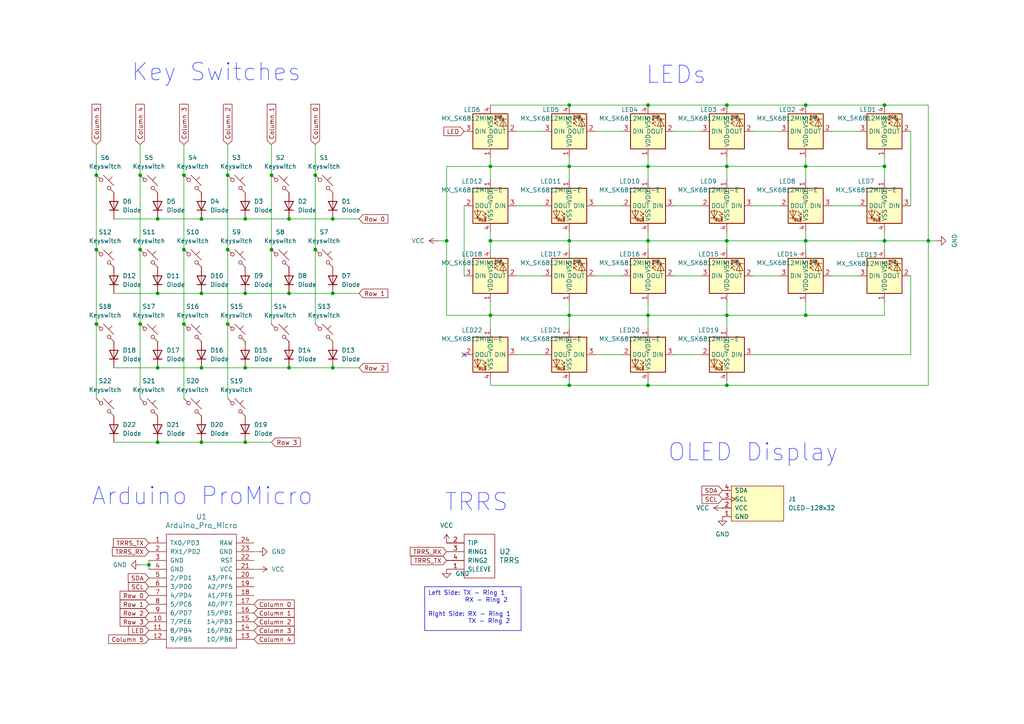
<source format=kicad_sch>
(kicad_sch (version 20231120) (generator "eeschema") (generator_version "8.0")
  (paper "A4")
  (title_block (title "RootKB-Right") (date "2024-05-08") (rev "1.0"))
  (lib_symbols
    (symbol "PCM_marbastlib-mx:MX_SK6812MINI-E"
      (property "Reference" "LED" (at 3.175 6.35 0))
      (property "Value" "MX_SK6812MINI-E" (at 10.16 -6.985 0))
      (symbol "MX_SK6812MINI-E_0_0"
        (text "RGB" (at 2.286 -4.191 0) (effects (font (size 0.762 0.762))))
      )
      (symbol "MX_SK6812MINI-E_0_1"
        (rectangle (start -5.08 5.08) (end 5.08 -5.08) (stroke (width 0.254)) (fill (type background)))
        (polyline (pts (xy 1.27 -3.556) (xy 1.778 -3.556)))
        (polyline (pts (xy 1.27 -2.54) (xy 1.778 -2.54)))
        (polyline (pts (xy 4.699 -3.556) (xy 2.667 -3.556)))
        (polyline (pts (xy 2.286 -2.54) (xy 1.27 -3.556) (xy 1.27 -3.048)))
        (polyline (pts (xy 2.286 -1.524) (xy 1.27 -2.54) (xy 1.27 -2.032)))
        (polyline (pts (xy 3.683 -1.016) (xy 3.683 -3.556) (xy 3.683 -4.064)))
        (polyline (pts (xy 4.699 -1.524) (xy 2.667 -1.524) (xy 3.683 -3.556) (xy 4.699 -1.524)))
      )
      (symbol "MX_SK6812MINI-E_1_1"
        (pin power_in line (at 0 7.62 270) (length 2.54) (name "VDD") (number "1"))
        (pin output line (at 7.62 0 180) (length 2.54) (name "DOUT") (number "2"))
        (pin input line (at -7.62 0 0) (length 2.54) (name "DIN") (number "3"))
        (pin power_in line (at 0 -7.62 90) (length 2.54) (name "VSS") (number "4"))
      )
    )
    (symbol "ScottoKeebs:MCU_Arduino_Pro_Micro" (pin_names (offset 1.016))
      (property "Reference" "U" (at 0 0 0))
      (property "Value" "Arduino_Pro_Micro" (at 0 -19.05 0))
      (symbol "MCU_Arduino_Pro_Micro_0_1"
        (rectangle (start -10.16 16.51) (end 10.16 -16.51))
      )
      (symbol "MCU_Arduino_Pro_Micro_1_1"
        (pin input line (at -15.24 13.97 0) (length 5.08) (name "TX0/PD3") (number "1"))
        (pin input line (at -15.24 -8.89 0) (length 5.08) (name "7/PE6") (number "10"))
        (pin input line (at -15.24 -11.43 0) (length 5.08) (name "8/PB4") (number "11"))
        (pin input line (at -15.24 -13.97 0) (length 5.08) (name "9/PB5") (number "12"))
        (pin input line (at 15.24 -13.97 180) (length 5.08) (name "10/PB6") (number "13"))
        (pin input line (at 15.24 -11.43 180) (length 5.08) (name "16/PB2") (number "14"))
        (pin input line (at 15.24 -8.89 180) (length 5.08) (name "14/PB3") (number "15"))
        (pin input line (at 15.24 -6.35 180) (length 5.08) (name "15/PB1") (number "16"))
        (pin input line (at 15.24 -3.81 180) (length 5.08) (name "A0/PF7") (number "17"))
        (pin input line (at 15.24 -1.27 180) (length 5.08) (name "A1/PF6") (number "18"))
        (pin input line (at 15.24 1.27 180) (length 5.08) (name "A2/PF5") (number "19"))
        (pin input line (at -15.24 11.43 0) (length 5.08) (name "RX1/PD2") (number "2"))
        (pin input line (at 15.24 3.81 180) (length 5.08) (name "A3/PF4") (number "20"))
        (pin input line (at 15.24 6.35 180) (length 5.08) (name "VCC") (number "21"))
        (pin input line (at 15.24 8.89 180) (length 5.08) (name "RST") (number "22"))
        (pin input line (at 15.24 11.43 180) (length 5.08) (name "GND") (number "23"))
        (pin input line (at 15.24 13.97 180) (length 5.08) (name "RAW") (number "24"))
        (pin input line (at -15.24 8.89 0) (length 5.08) (name "GND") (number "3"))
        (pin input line (at -15.24 6.35 0) (length 5.08) (name "GND") (number "4"))
        (pin input line (at -15.24 3.81 0) (length 5.08) (name "2/PD1") (number "5"))
        (pin input line (at -15.24 1.27 0) (length 5.08) (name "3/PD0") (number "6"))
        (pin input line (at -15.24 -1.27 0) (length 5.08) (name "4/PD4") (number "7"))
        (pin input line (at -15.24 -3.81 0) (length 5.08) (name "5/PC6") (number "8"))
        (pin input line (at -15.24 -6.35 0) (length 5.08) (name "6/PD7") (number "9"))
      )
    )
    (symbol "ScottoKeebs:Placeholder_Diode" (pin_numbers hide) (pin_names hide)
      (property "Reference" "D" (at 0 2.54 0))
      (property "Value" "Diode" (at 0 -2.54 0))
      (symbol "Placeholder_Diode_0_1"
        (polyline (pts (xy -1.27 1.27) (xy -1.27 -1.27)) (stroke (width 0.254)))
        (polyline (pts (xy 1.27 0) (xy -1.27 0)))
        (polyline (pts (xy 1.27 1.27) (xy 1.27 -1.27) (xy -1.27 0) (xy 1.27 1.27)) (stroke (width 0.254)))
      )
      (symbol "Placeholder_Diode_1_1"
        (pin passive line (at -3.81 0 0) (length 2.54) (name "K") (number "1"))
        (pin passive line (at 3.81 0 180) (length 2.54) (name "A") (number "2"))
      )
    )
    (symbol "ScottoKeebs:Placeholder_Keyswitch" (pin_numbers hide) (pin_names (offset 1.016) hide)
      (property "Reference" "S" (at 3.048 1.016 0))
      (property "Value" "Keyswitch" (at 0 -3.81 0))
      (symbol "Placeholder_Keyswitch_0_1"
        (circle (center -1.1684 1.1684) (radius 0.508))
        (polyline (pts (xy -0.508 2.54) (xy 2.54 -0.508)))
        (polyline (pts (xy 1.016 1.016) (xy 2.032 2.032)))
        (polyline (pts (xy -2.54 2.54) (xy -1.524 1.524) (xy -1.524 1.524)))
        (polyline (pts (xy 1.524 -1.524) (xy 2.54 -2.54) (xy 2.54 -2.54) (xy 2.54 -2.54)))
        (circle (center 1.143 -1.1938) (radius 0.508))
        (pin passive line (at -2.54 2.54 0) (length 0) (name "1") (number "1"))
        (pin passive line (at 2.54 -2.54 180) (length 0) (name "2") (number "2"))
      )
    )
    (symbol "ScottoKeebs:Placeholder_TRRS" (pin_names (offset 1.016))
      (property "Reference" "U" (at 0 15.24 0))
      (property "Value" "TRRS" (at 0 -2.54 0))
      (symbol "Placeholder_TRRS_0_1"
        (rectangle (start -3.81 0) (end -3.81 12.7))
        (rectangle (start -3.81 0) (end 5.08 0))
        (rectangle (start -3.81 12.7) (end 5.08 12.7))
        (rectangle (start 5.08 12.7) (end 5.08 0))
      )
      (symbol "Placeholder_TRRS_1_1"
        (pin input line (at -8.89 2.54 0) (length 5.08) (name "SLEEVE") (number "1"))
        (pin input line (at -8.89 10.16 0) (length 5.08) (name "TIP") (number "2"))
        (pin input line (at -8.89 7.62 0) (length 5.08) (name "RING1") (number "3"))
        (pin input line (at -8.89 5.08 0) (length 5.08) (name "RING2") (number "4"))
      )
    )
    (symbol "display:OLED-128x32" (pin_names (offset 1.016))
      (property "Reference" "J" (at 0 -6.35 0))
      (property "Value" "OLED-128x32" (at 0 6.35 0))
      (symbol "OLED-128x32_0_1"
        (rectangle (start 0 5.08) (end 15.24 -5.08) (fill (type background)))
      )
      (symbol "OLED-128x32_1_1"
        (pin power_in line (at -2.54 -3.81 0) (length 2.54) (name "GND") (number "1"))
        (pin power_in line (at -2.54 -1.27 0) (length 2.54) (name "VCC") (number "2"))
        (pin input clock (at -2.54 1.27 0) (length 2.54) (name "SCL") (number "3"))
        (pin bidirectional line (at -2.54 3.81 0) (length 2.54) (name "SDA") (number "4"))
      )
    )
    (symbol "power:GND" (power) (pin_numbers hide) (pin_names (offset 0) hide)
      (property "Value" "GND" (at 0 -3.81 0))
      (symbol "GND_0_1"
        (polyline (pts (xy 0 0) (xy 0 -1.27) (xy 1.27 -1.27) (xy 0 -2.54) (xy -1.27 -1.27) (xy 0 -1.27)))
      )
      (symbol "GND_1_1"
        (pin power_in line (at 0 0 270) (length 0) (name "~") (number "1"))
      )
    )
    (symbol "power:VCC" (power) (pin_numbers hide) (pin_names (offset 0) hide)
      (property "Value" "VCC" (at 0 3.556 0))
      (symbol "VCC_0_1"
        (polyline (pts (xy -0.762 1.27) (xy 0 2.54)))
        (polyline (pts (xy 0 0) (xy 0 2.54)))
        (polyline (pts (xy 0 2.54) (xy 0.762 1.27)))
      )
      (symbol "VCC_1_1"
        (pin power_in line (at 0 0 90) (length 0) (name "~") (number "1"))
      )
    )
  )
  (junction (at 40.64 72.39))
  (junction (at 187.96 69.85))
  (junction (at 142.24 91.44))
  (junction (at 71.12 85.09))
  (junction (at 58.42 63.5))
  (junction (at 142.24 48.26))
  (junction (at 53.34 72.39))
  (junction (at 142.24 69.85))
  (junction (at 210.82 30.48))
  (junction (at 66.04 93.98))
  (junction (at 45.72 106.68))
  (junction (at 165.1 111.76))
  (junction (at 256.54 48.26))
  (junction (at 269.24 69.85))
  (junction (at 83.82 106.68))
  (junction (at 210.82 69.85))
  (junction (at 71.12 128.27))
  (junction (at 165.1 69.85))
  (junction (at 27.94 72.39))
  (junction (at 187.96 30.48))
  (junction (at 165.1 91.44))
  (junction (at 256.54 30.48))
  (junction (at 187.96 111.76))
  (junction (at 43.18 163.83))
  (junction (at 66.04 50.8))
  (junction (at 210.82 111.76))
  (junction (at 187.96 48.26))
  (junction (at 40.64 93.98))
  (junction (at 71.12 106.68))
  (junction (at 210.82 91.44))
  (junction (at 45.72 85.09))
  (junction (at 78.74 50.8))
  (junction (at 71.12 63.5))
  (junction (at 256.54 69.85))
  (junction (at 210.82 48.26))
  (junction (at 96.52 106.68))
  (junction (at 58.42 128.27))
  (junction (at 165.1 48.26))
  (junction (at 96.52 63.5))
  (junction (at 96.52 85.09))
  (junction (at 40.64 50.8))
  (junction (at 91.44 50.8))
  (junction (at 45.72 63.5))
  (junction (at 58.42 106.68))
  (junction (at 233.68 30.48))
  (junction (at 83.82 63.5))
  (junction (at 233.68 48.26))
  (junction (at 78.74 72.39))
  (junction (at 129.54 69.85))
  (junction (at 27.94 93.98))
  (junction (at 27.94 50.8))
  (junction (at 53.34 93.98))
  (junction (at 53.34 50.8))
  (junction (at 45.72 128.27))
  (junction (at 66.04 72.39))
  (junction (at 187.96 91.44))
  (junction (at 233.68 91.44))
  (junction (at 233.68 69.85))
  (junction (at 165.1 30.48))
  (junction (at 83.82 85.09))
  (junction (at 91.44 72.39))
  (junction (at 58.42 85.09))
  (no_connect (at 134.62 102.87))
  (wire (pts (xy 226.06 80.01) (xy 218.44 80.01)))
  (wire (pts (xy 233.68 91.44) (xy 233.68 87.63)))
  (wire (pts (xy 43.18 163.83) (xy 43.18 165.1)))
  (wire (pts (xy 71.12 106.68) (xy 83.82 106.68)))
  (wire (pts (xy 58.42 85.09) (xy 71.12 85.09)))
  (wire (pts (xy 165.1 45.72) (xy 165.1 48.26)))
  (wire (pts (xy 40.64 93.98) (xy 40.64 115.57)))
  (wire (pts (xy 210.82 110.49) (xy 210.82 111.76)))
  (wire (pts (xy 66.04 72.39) (xy 66.04 93.98)))
  (wire (pts (xy 165.1 91.44) (xy 165.1 95.25)))
  (wire (pts (xy 233.68 91.44) (xy 256.54 91.44)))
  (wire (pts (xy 129.54 91.44) (xy 142.24 91.44)))
  (wire (pts (xy 157.48 59.69) (xy 149.86 59.69)))
  (wire (pts (xy 187.96 48.26) (xy 165.1 48.26)))
  (wire (pts (xy 58.42 128.27) (xy 71.12 128.27)))
  (wire (pts (xy 210.82 111.76) (xy 187.96 111.76)))
  (wire (pts (xy 180.34 80.01) (xy 172.72 80.01)))
  (wire (pts (xy 45.72 63.5) (xy 58.42 63.5)))
  (wire (pts (xy 104.14 85.09) (xy 96.52 85.09)))
  (wire (pts (xy 203.2 59.69) (xy 195.58 59.69)))
  (wire (pts (xy 187.96 110.49) (xy 187.96 111.76)))
  (wire (pts (xy 256.54 69.85) (xy 233.68 69.85)))
  (wire (pts (xy 180.34 102.87) (xy 172.72 102.87)))
  (wire (pts (xy 264.16 38.1) (xy 264.16 59.69)))
  (wire (pts (xy 256.54 48.26) (xy 233.68 48.26)))
  (wire (pts (xy 142.24 87.63) (xy 142.24 91.44)))
  (wire (pts (xy 187.96 48.26) (xy 187.96 52.07)))
  (wire (pts (xy 165.1 48.26) (xy 165.1 52.07)))
  (wire (pts (xy 71.12 85.09) (xy 83.82 85.09)))
  (wire (pts (xy 203.2 80.01) (xy 195.58 80.01)))
  (wire (pts (xy 129.54 69.85) (xy 129.54 91.44)))
  (wire (pts (xy 233.68 48.26) (xy 210.82 48.26)))
  (wire (pts (xy 165.1 91.44) (xy 142.24 91.44)))
  (wire (pts (xy 256.54 69.85) (xy 256.54 72.39)))
  (wire (pts (xy 33.02 85.09) (xy 45.72 85.09)))
  (wire (pts (xy 157.48 102.87) (xy 149.86 102.87)))
  (wire (pts (xy 66.04 93.98) (xy 66.04 115.57)))
  (wire (pts (xy 40.64 41.91) (xy 40.64 50.8)))
  (wire (pts (xy 187.96 45.72) (xy 187.96 48.26)))
  (wire (pts (xy 180.34 38.1) (xy 172.72 38.1)))
  (wire (pts (xy 256.54 67.31) (xy 256.54 69.85)))
  (wire (pts (xy 187.96 87.63) (xy 187.96 91.44)))
  (wire (pts (xy 104.14 63.5) (xy 96.52 63.5)))
  (wire (pts (xy 53.34 41.91) (xy 53.34 50.8)))
  (wire (pts (xy 264.16 80.01) (xy 264.16 102.87)))
  (wire (pts (xy 27.94 93.98) (xy 27.94 115.57)))
  (wire (pts (xy 142.24 69.85) (xy 142.24 72.39)))
  (wire (pts (xy 157.48 38.1) (xy 149.86 38.1)))
  (wire (pts (xy 269.24 30.48) (xy 269.24 69.85)))
  (wire (pts (xy 129.54 48.26) (xy 129.54 69.85)))
  (wire (pts (xy 233.68 67.31) (xy 233.68 69.85)))
  (wire (pts (xy 33.02 63.5) (xy 45.72 63.5)))
  (wire (pts (xy 248.92 38.1) (xy 241.3 38.1)))
  (wire (pts (xy 45.72 85.09) (xy 58.42 85.09)))
  (wire (pts (xy 142.24 45.72) (xy 142.24 48.26)))
  (wire (pts (xy 165.1 69.85) (xy 142.24 69.85)))
  (wire (pts (xy 91.44 41.91) (xy 91.44 50.8)))
  (wire (pts (xy 43.18 162.56) (xy 43.18 163.83)))
  (wire (pts (xy 256.54 48.26) (xy 256.54 52.07)))
  (wire (pts (xy 33.02 106.68) (xy 45.72 106.68)))
  (wire (pts (xy 66.04 50.8) (xy 66.04 72.39)))
  (wire (pts (xy 187.96 91.44) (xy 187.96 95.25)))
  (wire (pts (xy 74.93 165.1) (xy 73.66 165.1)))
  (wire (pts (xy 210.82 48.26) (xy 187.96 48.26)))
  (wire (pts (xy 256.54 30.48) (xy 269.24 30.48)))
  (wire (pts (xy 40.64 163.83) (xy 43.18 163.83)))
  (wire (pts (xy 271.78 69.85) (xy 269.24 69.85)))
  (wire (pts (xy 187.96 30.48) (xy 165.1 30.48)))
  (wire (pts (xy 142.24 48.26) (xy 142.24 52.07)))
  (wire (pts (xy 187.96 69.85) (xy 187.96 72.39)))
  (wire (pts (xy 53.34 93.98) (xy 53.34 115.57)))
  (wire (pts (xy 203.2 102.87) (xy 195.58 102.87)))
  (wire (pts (xy 187.96 111.76) (xy 165.1 111.76)))
  (wire (pts (xy 165.1 87.63) (xy 165.1 91.44)))
  (wire (pts (xy 210.82 87.63) (xy 210.82 91.44)))
  (wire (pts (xy 134.62 59.69) (xy 134.62 80.01)))
  (wire (pts (xy 210.82 91.44) (xy 233.68 91.44)))
  (wire (pts (xy 53.34 72.39) (xy 53.34 93.98)))
  (wire (pts (xy 83.82 85.09) (xy 96.52 85.09)))
  (wire (pts (xy 226.06 59.69) (xy 218.44 59.69)))
  (wire (pts (xy 83.82 63.5) (xy 96.52 63.5)))
  (wire (pts (xy 165.1 30.48) (xy 142.24 30.48)))
  (wire (pts (xy 165.1 48.26) (xy 142.24 48.26)))
  (wire (pts (xy 40.64 72.39) (xy 40.64 93.98)))
  (wire (pts (xy 248.92 59.69) (xy 241.3 59.69)))
  (wire (pts (xy 187.96 69.85) (xy 165.1 69.85)))
  (wire (pts (xy 210.82 45.72) (xy 210.82 48.26)))
  (wire (pts (xy 256.54 45.72) (xy 256.54 48.26)))
  (wire (pts (xy 165.1 111.76) (xy 142.24 111.76)))
  (wire (pts (xy 157.48 80.01) (xy 149.86 80.01)))
  (wire (pts (xy 248.92 80.01) (xy 241.3 80.01)))
  (wire (pts (xy 58.42 63.5) (xy 71.12 63.5)))
  (wire (pts (xy 66.04 41.91) (xy 66.04 50.8)))
  (wire (pts (xy 58.42 106.68) (xy 71.12 106.68)))
  (wire (pts (xy 71.12 128.27) (xy 78.74 128.27)))
  (wire (pts (xy 233.68 69.85) (xy 210.82 69.85)))
  (wire (pts (xy 45.72 106.68) (xy 58.42 106.68)))
  (wire (pts (xy 210.82 91.44) (xy 187.96 91.44)))
  (wire (pts (xy 210.82 69.85) (xy 187.96 69.85)))
  (wire (pts (xy 91.44 72.39) (xy 91.44 93.98)))
  (wire (pts (xy 40.64 50.8) (xy 40.64 72.39)))
  (wire (pts (xy 210.82 48.26) (xy 210.82 52.07)))
  (wire (pts (xy 104.14 106.68) (xy 96.52 106.68)))
  (wire (pts (xy 83.82 106.68) (xy 96.52 106.68)))
  (wire (pts (xy 233.68 45.72) (xy 233.68 48.26)))
  (wire (pts (xy 165.1 67.31) (xy 165.1 69.85)))
  (wire (pts (xy 187.96 67.31) (xy 187.96 69.85)))
  (wire (pts (xy 210.82 30.48) (xy 187.96 30.48)))
  (wire (pts (xy 71.12 63.5) (xy 83.82 63.5)))
  (wire (pts (xy 53.34 50.8) (xy 53.34 72.39)))
  (wire (pts (xy 210.82 67.31) (xy 210.82 69.85)))
  (wire (pts (xy 233.68 69.85) (xy 233.68 72.39)))
  (wire (pts (xy 27.94 72.39) (xy 27.94 93.98)))
  (wire (pts (xy 233.68 30.48) (xy 210.82 30.48)))
  (wire (pts (xy 269.24 111.76) (xy 210.82 111.76)))
  (wire (pts (xy 233.68 48.26) (xy 233.68 52.07)))
  (wire (pts (xy 45.72 128.27) (xy 58.42 128.27)))
  (wire (pts (xy 127 69.85) (xy 129.54 69.85)))
  (wire (pts (xy 264.16 102.87) (xy 218.44 102.87)))
  (wire (pts (xy 187.96 91.44) (xy 165.1 91.44)))
  (wire (pts (xy 142.24 110.49) (xy 142.24 111.76)))
  (wire (pts (xy 142.24 67.31) (xy 142.24 69.85)))
  (wire (pts (xy 210.82 69.85) (xy 210.82 72.39)))
  (wire (pts (xy 226.06 38.1) (xy 218.44 38.1)))
  (wire (pts (xy 142.24 48.26) (xy 129.54 48.26)))
  (wire (pts (xy 269.24 69.85) (xy 256.54 69.85)))
  (wire (pts (xy 256.54 91.44) (xy 256.54 87.63)))
  (wire (pts (xy 180.34 59.69) (xy 172.72 59.69)))
  (wire (pts (xy 165.1 110.49) (xy 165.1 111.76)))
  (wire (pts (xy 210.82 91.44) (xy 210.82 95.25)))
  (wire (pts (xy 27.94 41.91) (xy 27.94 50.8)))
  (wire (pts (xy 256.54 30.48) (xy 233.68 30.48)))
  (wire (pts (xy 74.93 160.02) (xy 73.66 160.02)))
  (wire (pts (xy 269.24 69.85) (xy 269.24 111.76)))
  (wire (pts (xy 142.24 91.44) (xy 142.24 95.25)))
  (wire (pts (xy 27.94 50.8) (xy 27.94 72.39)))
  (wire (pts (xy 78.74 41.91) (xy 78.74 50.8)))
  (wire (pts (xy 78.74 72.39) (xy 78.74 93.98)))
  (wire (pts (xy 203.2 38.1) (xy 195.58 38.1)))
  (wire (pts (xy 165.1 69.85) (xy 165.1 72.39)))
  (wire (pts (xy 91.44 50.8) (xy 91.44 72.39)))
  (wire (pts (xy 33.02 128.27) (xy 45.72 128.27)))
  (wire (pts (xy 78.74 50.8) (xy 78.74 72.39)))
  (text_box "Left Side: TX - Ring 1\n           RX - Ring 2\n\nRight Side: RX - Ring 1\n            TX - Ring 2" (at 123.19 170.18 0) (size 27.94 12.7) (effects (font (size 1.27 1.27)) (justify left top)))
  (text "LEDs" (at 196.088 21.844 0) (effects (font (size 5 5))))
  (text "Arduino ProMicro" (at 58.674 144.018 0) (effects (font (size 5 5))))
  (text "Key Switches" (at 62.738 21.082 0) (effects (font (size 5 5))))
  (text "OLED Display" (at 218.44 131.318 0) (effects (font (size 5 5))))
  (text "TRRS" (at 138.176 145.796 0) (effects (font (size 5 5))))
  (global_label "Row 0" (shape input) (at 104.14 63.5 0) (property "Intersheetrefs" "${INTERSHEET_REFS}" (effects (hide yes))))
  (global_label "Column 1" (shape input) (at 73.66 177.8 0) (property "Intersheetrefs" "${INTERSHEET_REFS}" (effects (hide yes))))
  (global_label "Column 4" (shape input) (at 73.66 185.42 0) (property "Intersheetrefs" "${INTERSHEET_REFS}" (effects (hide yes))))
  (global_label "Column 5" (shape input) (at 43.18 185.42 180) (property "Intersheetrefs" "${INTERSHEET_REFS}" (effects (hide yes))))
  (global_label "Column 0" (shape input) (at 73.66 175.26 0) (property "Intersheetrefs" "${INTERSHEET_REFS}" (effects (hide yes))))
  (global_label "Column 1" (shape input) (at 78.74 41.91 90) (property "Intersheetrefs" "${INTERSHEET_REFS}" (effects (hide yes))))
  (global_label "Row 3" (shape input) (at 43.18 180.34 180) (property "Intersheetrefs" "${INTERSHEET_REFS}" (effects (hide yes))))
  (global_label "LED" (shape input) (at 134.62 38.1 180) (property "Intersheetrefs" "${INTERSHEET_REFS}" (effects (hide yes))))
  (global_label "Row 1" (shape input) (at 43.18 175.26 180) (property "Intersheetrefs" "${INTERSHEET_REFS}" (effects (hide yes))))
  (global_label "Column 4" (shape input) (at 40.64 41.91 90) (property "Intersheetrefs" "${INTERSHEET_REFS}" (effects (hide yes))))
  (global_label "LED" (shape input) (at 43.18 182.88 180) (property "Intersheetrefs" "${INTERSHEET_REFS}" (effects (hide yes))))
  (global_label "SCL" (shape input) (at 43.18 170.18 180) (property "Intersheetrefs" "${INTERSHEET_REFS}" (effects (hide yes))))
  (global_label "Row 2" (shape input) (at 104.14 106.68 0) (property "Intersheetrefs" "${INTERSHEET_REFS}" (effects (hide yes))))
  (global_label "TRRS_RX" (shape input) (at 129.54 160.02 180) (property "Intersheetrefs" "${INTERSHEET_REFS}" (effects (hide yes))))
  (global_label "SDA" (shape input) (at 43.18 167.64 180) (property "Intersheetrefs" "${INTERSHEET_REFS}" (effects (hide yes))))
  (global_label "Row 2" (shape input) (at 43.18 177.8 180) (property "Intersheetrefs" "${INTERSHEET_REFS}" (effects (hide yes))))
  (global_label "SCL" (shape input) (at 209.55 144.78 180) (property "Intersheetrefs" "${INTERSHEET_REFS}" (effects (hide yes))))
  (global_label "Column 3" (shape input) (at 73.66 182.88 0) (property "Intersheetrefs" "${INTERSHEET_REFS}" (effects (hide yes))))
  (global_label "Row 1" (shape input) (at 104.14 85.09 0) (property "Intersheetrefs" "${INTERSHEET_REFS}" (effects (hide yes))))
  (global_label "Row 3" (shape input) (at 78.74 128.27 0) (property "Intersheetrefs" "${INTERSHEET_REFS}" (effects (hide yes))))
  (global_label "TRRS_TX" (shape input) (at 129.54 162.56 180) (property "Intersheetrefs" "${INTERSHEET_REFS}" (effects (hide yes))))
  (global_label "Column 0" (shape input) (at 91.44 41.91 90) (property "Intersheetrefs" "${INTERSHEET_REFS}" (effects (hide yes))))
  (global_label "Column 2" (shape input) (at 66.04 41.91 90) (property "Intersheetrefs" "${INTERSHEET_REFS}" (effects (hide yes))))
  (global_label "Column 3" (shape input) (at 53.34 41.91 90) (property "Intersheetrefs" "${INTERSHEET_REFS}" (effects (hide yes))))
  (global_label "SDA" (shape input) (at 209.55 142.24 180) (property "Intersheetrefs" "${INTERSHEET_REFS}" (effects (hide yes))))
  (global_label "Row 0" (shape input) (at 43.18 172.72 180) (property "Intersheetrefs" "${INTERSHEET_REFS}" (effects (hide yes))))
  (global_label "Column 2" (shape input) (at 73.66 180.34 0) (property "Intersheetrefs" "${INTERSHEET_REFS}" (effects (hide yes))))
  (global_label "Column 5" (shape input) (at 27.94 41.91 90) (property "Intersheetrefs" "${INTERSHEET_REFS}" (effects (hide yes))))
  (global_label "TRRS_TX" (shape input) (at 43.18 157.48 180) (property "Intersheetrefs" "${INTERSHEET_REFS}" (effects (hide yes))))
  (global_label "TRRS_RX" (shape input) (at 43.18 160.02 180) (property "Intersheetrefs" "${INTERSHEET_REFS}" (effects (hide yes))))
  (symbol (lib_id "ScottoKeebs:Placeholder_Keyswitch") (at 55.88 53.34 0) (unit 1)
    (property "Reference" "S4" (at 55.88 45.72 0))
    (property "Value" "Keyswitch" (at 55.88 48.26 0))
    (property "Footprint" "PCM_Switch_Keyboard_Hotswap_Kailh:SW_Hotswap_Kailh_MX_1.00u" (effects (hide yes)))
    (property "Description" "Push button switch, normally open, two pins, 45° tilted" (effects (hide yes)))
  )
  (symbol (lib_id "ScottoKeebs:Placeholder_Diode") (at 96.52 102.87 90) (unit 1)
    (property "Reference" "D13" (at 99.06 101.5999 90) (effects (justify right)))
    (property "Value" "Diode" (at 99.06 104.1399 90) (effects (justify right)))
    (property "Footprint" "Diode_SMD:D_SOD-123F" (effects (hide yes)))
    (property "Description" "1N4148 (DO-35) or 1N4148W (SOD-123)" (effects (hide yes)))
    (property "Sim.Device" "D" (effects (hide yes)))
    (property "Sim.Pins" "1=K 2=A" (effects (hide yes)))
  )
  (symbol (lib_id "ScottoKeebs:Placeholder_Diode") (at 33.02 124.46 90) (unit 1)
    (property "Reference" "D22" (at 35.56 123.1899 90) (effects (justify right)))
    (property "Value" "Diode" (at 35.56 125.7299 90) (effects (justify right)))
    (property "Footprint" "Diode_SMD:D_SOD-123F" (effects (hide yes)))
    (property "Description" "1N4148 (DO-35) or 1N4148W (SOD-123)" (effects (hide yes)))
    (property "Sim.Device" "D" (effects (hide yes)))
    (property "Sim.Pins" "1=K 2=A" (effects (hide yes)))
  )
  (symbol (lib_id "PCM_marbastlib-mx:MX_SK6812MINI-E") (at 256.54 38.1 0) (mirror x) (unit 1)
    (property "Reference" "LED1" (at 251.714 31.75 0))
    (property "Value" "MX_SK6812MINI-E" (at 251.714 34.29 0))
    (property "Footprint" "PCM_marbastlib-mx:LED_MX_6028R" (effects (hide yes)))
    (property "Description" "Reverse mount adressable LED (WS2812 protocol)" (effects (hide yes)))
  )
  (symbol (lib_id "ScottoKeebs:Placeholder_Diode") (at 45.72 59.69 90) (unit 1)
    (property "Reference" "D5" (at 48.26 58.4199 90) (effects (justify right)))
    (property "Value" "Diode" (at 48.26 60.9599 90) (effects (justify right)))
    (property "Footprint" "Diode_SMD:D_SOD-123F" (effects (hide yes)))
    (property "Description" "1N4148 (DO-35) or 1N4148W (SOD-123)" (effects (hide yes)))
    (property "Sim.Device" "D" (effects (hide yes)))
    (property "Sim.Pins" "1=K 2=A" (effects (hide yes)))
  )
  (symbol (lib_id "ScottoKeebs:Placeholder_Diode") (at 71.12 59.69 90) (unit 1)
    (property "Reference" "D3" (at 73.66 58.4199 90) (effects (justify right)))
    (property "Value" "Diode" (at 73.66 60.9599 90) (effects (justify right)))
    (property "Footprint" "Diode_SMD:D_SOD-123F" (effects (hide yes)))
    (property "Description" "1N4148 (DO-35) or 1N4148W (SOD-123)" (effects (hide yes)))
    (property "Sim.Device" "D" (effects (hide yes)))
    (property "Sim.Pins" "1=K 2=A" (effects (hide yes)))
  )
  (symbol (lib_id "ScottoKeebs:Placeholder_Keyswitch") (at 55.88 118.11 0) (unit 1)
    (property "Reference" "S20" (at 55.88 110.49 0))
    (property "Value" "Keyswitch" (at 55.88 113.03 0))
    (property "Footprint" "PCM_Switch_Keyboard_Hotswap_Kailh:SW_Hotswap_Kailh_MX_1.25u_90deg" (effects (hide yes)))
    (property "Description" "Push button switch, normally open, two pins, 45° tilted" (effects (hide yes)))
  )
  (symbol (lib_id "PCM_marbastlib-mx:MX_SK6812MINI-E") (at 210.82 59.69 0) (mirror y) (unit 1)
    (property "Reference" "LED9" (at 205.486 52.578 0))
    (property "Value" "MX_SK6812MINI-E" (at 205.486 55.118 0))
    (property "Footprint" "PCM_marbastlib-mx:LED_MX_6028R" (effects (hide yes)))
    (property "Description" "Reverse mount adressable LED (WS2812 protocol)" (effects (hide yes)))
  )
  (symbol (lib_id "ScottoKeebs:Placeholder_Diode") (at 45.72 81.28 90) (unit 1)
    (property "Reference" "D11" (at 48.26 80.0099 90) (effects (justify right)))
    (property "Value" "Diode" (at 48.26 82.5499 90) (effects (justify right)))
    (property "Footprint" "Diode_SMD:D_SOD-123F" (effects (hide yes)))
    (property "Description" "1N4148 (DO-35) or 1N4148W (SOD-123)" (effects (hide yes)))
    (property "Sim.Device" "D" (effects (hide yes)))
    (property "Sim.Pins" "1=K 2=A" (effects (hide yes)))
  )
  (symbol (lib_id "ScottoKeebs:Placeholder_Diode") (at 45.72 124.46 90) (unit 1)
    (property "Reference" "D21" (at 48.26 123.1899 90) (effects (justify right)))
    (property "Value" "Diode" (at 48.26 125.7299 90) (effects (justify right)))
    (property "Footprint" "Diode_SMD:D_SOD-123F" (effects (hide yes)))
    (property "Description" "1N4148 (DO-35) or 1N4148W (SOD-123)" (effects (hide yes)))
    (property "Sim.Device" "D" (effects (hide yes)))
    (property "Sim.Pins" "1=K 2=A" (effects (hide yes)))
  )
  (symbol (lib_id "ScottoKeebs:Placeholder_Diode") (at 33.02 102.87 90) (unit 1)
    (property "Reference" "D18" (at 35.56 101.5999 90) (effects (justify right)))
    (property "Value" "Diode" (at 35.56 104.1399 90) (effects (justify right)))
    (property "Footprint" "Diode_SMD:D_SOD-123F" (effects (hide yes)))
    (property "Description" "1N4148 (DO-35) or 1N4148W (SOD-123)" (effects (hide yes)))
    (property "Sim.Device" "D" (effects (hide yes)))
    (property "Sim.Pins" "1=K 2=A" (effects (hide yes)))
  )
  (symbol (lib_id "power:VCC") (at 74.93 165.1 270) (unit 1)
    (property "Reference" "#PWR03" (effects (hide yes)))
    (property "Value" "VCC" (at 78.74 165.0999 90) (effects (justify left)))
    (property "Description" "Power symbol creates a global label with name \"VCC\"" (effects (hide yes)))
  )
  (symbol (lib_id "ScottoKeebs:Placeholder_Keyswitch") (at 43.18 118.11 0) (unit 1)
    (property "Reference" "S21" (at 43.18 110.49 0))
    (property "Value" "Keyswitch" (at 43.18 113.03 0))
    (property "Footprint" "PCM_Switch_Keyboard_Hotswap_Kailh:SW_Hotswap_Kailh_MX_1.25u_90deg" (effects (hide yes)))
    (property "Description" "Push button switch, normally open, two pins, 45° tilted" (effects (hide yes)))
  )
  (symbol (lib_id "ScottoKeebs:Placeholder_Keyswitch") (at 55.88 96.52 0) (unit 1)
    (property "Reference" "S16" (at 55.88 88.9 0))
    (property "Value" "Keyswitch" (at 55.88 91.44 0))
    (property "Footprint" "PCM_Switch_Keyboard_Hotswap_Kailh:SW_Hotswap_Kailh_MX_1.00u" (effects (hide yes)))
    (property "Description" "Push button switch, normally open, two pins, 45° tilted" (effects (hide yes)))
  )
  (symbol (lib_id "power:VCC") (at 129.54 157.48 0) (unit 1)
    (property "Reference" "#PWR06" (effects (hide yes)))
    (property "Value" "VCC" (at 129.54 152.4 0))
    (property "Description" "Power symbol creates a global label with name \"VCC\"" (effects (hide yes)))
  )
  (symbol (lib_id "PCM_marbastlib-mx:MX_SK6812MINI-E") (at 187.96 102.87 0) (mirror y) (unit 1)
    (property "Reference" "LED20" (at 182.626 95.758 0))
    (property "Value" "MX_SK6812MINI-E" (at 182.626 98.298 0))
    (property "Footprint" "PCM_marbastlib-mx:LED_MX_6028R" (effects (hide yes)))
    (property "Description" "Reverse mount adressable LED (WS2812 protocol)" (effects (hide yes)))
  )
  (symbol (lib_id "ScottoKeebs:Placeholder_Keyswitch") (at 30.48 74.93 0) (unit 1)
    (property "Reference" "S12" (at 30.48 67.31 0))
    (property "Value" "Keyswitch" (at 30.48 69.85 0))
    (property "Footprint" "PCM_Switch_Keyboard_Hotswap_Kailh:SW_Hotswap_Kailh_MX_1.00u" (effects (hide yes)))
    (property "Description" "Push button switch, normally open, two pins, 45° tilted" (effects (hide yes)))
  )
  (symbol (lib_id "power:GND") (at 74.93 160.02 90) (unit 1)
    (property "Reference" "#PWR02" (effects (hide yes)))
    (property "Value" "GND" (at 78.74 160.0199 90) (effects (justify right)))
    (property "Description" "Power symbol creates a global label with name \"GND\" , ground" (effects (hide yes)))
  )
  (symbol (lib_id "ScottoKeebs:Placeholder_Keyswitch") (at 68.58 74.93 0) (unit 1)
    (property "Reference" "S9" (at 68.58 67.31 0))
    (property "Value" "Keyswitch" (at 68.58 69.85 0))
    (property "Footprint" "PCM_Switch_Keyboard_Hotswap_Kailh:SW_Hotswap_Kailh_MX_1.00u" (effects (hide yes)))
    (property "Description" "Push button switch, normally open, two pins, 45° tilted" (effects (hide yes)))
  )
  (symbol (lib_id "PCM_marbastlib-mx:MX_SK6812MINI-E") (at 187.96 80.01 0) (mirror x) (unit 1)
    (property "Reference" "LED16" (at 182.626 73.7204 0))
    (property "Value" "MX_SK6812MINI-E" (at 182.626 76.2604 0))
    (property "Footprint" "PCM_marbastlib-mx:LED_MX_6028R" (effects (hide yes)))
    (property "Description" "Reverse mount adressable LED (WS2812 protocol)" (effects (hide yes)))
  )
  (symbol (lib_id "PCM_marbastlib-mx:MX_SK6812MINI-E") (at 210.82 38.1 0) (mirror x) (unit 1)
    (property "Reference" "LED3" (at 205.486 31.8104 0))
    (property "Value" "MX_SK6812MINI-E" (at 205.486 34.3504 0))
    (property "Footprint" "PCM_marbastlib-mx:LED_MX_6028R" (effects (hide yes)))
    (property "Description" "Reverse mount adressable LED (WS2812 protocol)" (effects (hide yes)))
  )
  (symbol (lib_id "display:OLED-128x32") (at 212.09 146.05 0) (unit 1)
    (property "Reference" "J1" (at 228.6 144.7799 0) (effects (justify left)))
    (property "Value" "OLED-128x32" (at 228.6 147.3199 0) (effects (justify left)))
    (property "Footprint" "display:OLED-128x32-cutout" (effects (hide yes)))
  )
  (symbol (lib_id "ScottoKeebs:Placeholder_Keyswitch") (at 43.18 74.93 0) (unit 1)
    (property "Reference" "S11" (at 43.18 67.31 0))
    (property "Value" "Keyswitch" (at 43.18 69.85 0))
    (property "Footprint" "PCM_Switch_Keyboard_Hotswap_Kailh:SW_Hotswap_Kailh_MX_1.00u" (effects (hide yes)))
    (property "Description" "Push button switch, normally open, two pins, 45° tilted" (effects (hide yes)))
  )
  (symbol (lib_id "PCM_marbastlib-mx:MX_SK6812MINI-E") (at 165.1 102.87 0) (mirror y) (unit 1)
    (property "Reference" "LED21" (at 159.766 95.758 0))
    (property "Value" "MX_SK6812MINI-E" (at 159.766 98.298 0))
    (property "Footprint" "PCM_marbastlib-mx:LED_MX_6028R" (effects (hide yes)))
    (property "Description" "Reverse mount adressable LED (WS2812 protocol)" (effects (hide yes)))
  )
  (symbol (lib_id "ScottoKeebs:Placeholder_Keyswitch") (at 43.18 96.52 0) (unit 1)
    (property "Reference" "S17" (at 43.18 88.9 0))
    (property "Value" "Keyswitch" (at 43.18 91.44 0))
    (property "Footprint" "PCM_Switch_Keyboard_Hotswap_Kailh:SW_Hotswap_Kailh_MX_1.00u" (effects (hide yes)))
    (property "Description" "Push button switch, normally open, two pins, 45° tilted" (effects (hide yes)))
  )
  (symbol (lib_id "ScottoKeebs:Placeholder_Keyswitch") (at 43.18 53.34 0) (unit 1)
    (property "Reference" "S5" (at 43.18 45.72 0))
    (property "Value" "Keyswitch" (at 43.18 48.26 0))
    (property "Footprint" "PCM_Switch_Keyboard_Hotswap_Kailh:SW_Hotswap_Kailh_MX_1.00u" (effects (hide yes)))
    (property "Description" "Push button switch, normally open, two pins, 45° tilted" (effects (hide yes)))
  )
  (symbol (lib_id "ScottoKeebs:Placeholder_Keyswitch") (at 81.28 74.93 0) (unit 1)
    (property "Reference" "S8" (at 81.28 67.31 0))
    (property "Value" "Keyswitch" (at 81.28 69.85 0))
    (property "Footprint" "PCM_Switch_Keyboard_Hotswap_Kailh:SW_Hotswap_Kailh_MX_1.00u" (effects (hide yes)))
    (property "Description" "Push button switch, normally open, two pins, 45° tilted" (effects (hide yes)))
  )
  (symbol (lib_id "PCM_marbastlib-mx:MX_SK6812MINI-E") (at 187.96 38.1 0) (mirror x) (unit 1)
    (property "Reference" "LED4" (at 182.626 31.8104 0))
    (property "Value" "MX_SK6812MINI-E" (at 182.626 34.3504 0))
    (property "Footprint" "PCM_marbastlib-mx:LED_MX_6028R" (effects (hide yes)))
    (property "Description" "Reverse mount adressable LED (WS2812 protocol)" (effects (hide yes)))
  )
  (symbol (lib_id "ScottoKeebs:Placeholder_Diode") (at 33.02 59.69 90) (unit 1)
    (property "Reference" "D6" (at 35.56 58.4199 90) (effects (justify right)))
    (property "Value" "Diode" (at 35.56 60.9599 90) (effects (justify right)))
    (property "Footprint" "Diode_SMD:D_SOD-123F" (effects (hide yes)))
    (property "Description" "1N4148 (DO-35) or 1N4148W (SOD-123)" (effects (hide yes)))
    (property "Sim.Device" "D" (effects (hide yes)))
    (property "Sim.Pins" "1=K 2=A" (effects (hide yes)))
  )
  (symbol (lib_id "ScottoKeebs:Placeholder_Keyswitch") (at 81.28 96.52 0) (unit 1)
    (property "Reference" "S14" (at 81.28 88.9 0))
    (property "Value" "Keyswitch" (at 81.28 91.44 0))
    (property "Footprint" "PCM_Switch_Keyboard_Hotswap_Kailh:SW_Hotswap_Kailh_MX_1.00u" (effects (hide yes)))
    (property "Description" "Push button switch, normally open, two pins, 45° tilted" (effects (hide yes)))
  )
  (symbol (lib_id "PCM_marbastlib-mx:MX_SK6812MINI-E") (at 142.24 102.87 0) (mirror y) (unit 1)
    (property "Reference" "LED22" (at 136.906 95.758 0))
    (property "Value" "MX_SK6812MINI-E" (at 136.906 98.298 0))
    (property "Footprint" "PCM_marbastlib-mx:LED_MX_6028R" (effects (hide yes)))
    (property "Description" "Reverse mount adressable LED (WS2812 protocol)" (effects (hide yes)))
  )
  (symbol (lib_id "ScottoKeebs:Placeholder_Keyswitch") (at 30.48 96.52 0) (unit 1)
    (property "Reference" "S18" (at 30.48 88.9 0))
    (property "Value" "Keyswitch" (at 30.48 91.44 0))
    (property "Footprint" "PCM_Switch_Keyboard_Hotswap_Kailh:SW_Hotswap_Kailh_MX_1.00u" (effects (hide yes)))
    (property "Description" "Push button switch, normally open, two pins, 45° tilted" (effects (hide yes)))
  )
  (symbol (lib_id "PCM_marbastlib-mx:MX_SK6812MINI-E") (at 210.82 102.87 0) (mirror y) (unit 1)
    (property "Reference" "LED19" (at 205.486 95.758 0))
    (property "Value" "MX_SK6812MINI-E" (at 205.486 98.298 0))
    (property "Footprint" "PCM_marbastlib-mx:LED_MX_6028R" (effects (hide yes)))
    (property "Description" "Reverse mount adressable LED (WS2812 protocol)" (effects (hide yes)))
  )
  (symbol (lib_id "ScottoKeebs:Placeholder_Keyswitch") (at 93.98 74.93 0) (unit 1)
    (property "Reference" "S7" (at 93.98 67.31 0))
    (property "Value" "Keyswitch" (at 93.98 69.85 0))
    (property "Footprint" "PCM_Switch_Keyboard_Hotswap_Kailh:SW_Hotswap_Kailh_MX_1.00u" (effects (hide yes)))
    (property "Description" "Push button switch, normally open, two pins, 45° tilted" (effects (hide yes)))
  )
  (symbol (lib_id "PCM_marbastlib-mx:MX_SK6812MINI-E") (at 142.24 59.69 0) (mirror y) (unit 1)
    (property "Reference" "LED12" (at 136.906 52.578 0))
    (property "Value" "MX_SK6812MINI-E" (at 136.906 55.118 0))
    (property "Footprint" "PCM_marbastlib-mx:LED_MX_6028R" (effects (hide yes)))
    (property "Description" "Reverse mount adressable LED (WS2812 protocol)" (effects (hide yes)))
  )
  (symbol (lib_id "ScottoKeebs:Placeholder_Diode") (at 71.12 81.28 90) (unit 1)
    (property "Reference" "D9" (at 73.66 80.0099 90) (effects (justify right)))
    (property "Value" "Diode" (at 73.66 82.5499 90) (effects (justify right)))
    (property "Footprint" "Diode_SMD:D_SOD-123F" (effects (hide yes)))
    (property "Description" "1N4148 (DO-35) or 1N4148W (SOD-123)" (effects (hide yes)))
    (property "Sim.Device" "D" (effects (hide yes)))
    (property "Sim.Pins" "1=K 2=A" (effects (hide yes)))
  )
  (symbol (lib_id "ScottoKeebs:Placeholder_Diode") (at 83.82 81.28 90) (unit 1)
    (property "Reference" "D8" (at 86.36 80.0099 90) (effects (justify right)))
    (property "Value" "Diode" (at 86.36 82.5499 90) (effects (justify right)))
    (property "Footprint" "Diode_SMD:D_SOD-123F" (effects (hide yes)))
    (property "Description" "1N4148 (DO-35) or 1N4148W (SOD-123)" (effects (hide yes)))
    (property "Sim.Device" "D" (effects (hide yes)))
    (property "Sim.Pins" "1=K 2=A" (effects (hide yes)))
  )
  (symbol (lib_id "ScottoKeebs:Placeholder_Diode") (at 83.82 102.87 90) (unit 1)
    (property "Reference" "D14" (at 86.36 101.5999 90) (effects (justify right)))
    (property "Value" "Diode" (at 86.36 104.1399 90) (effects (justify right)))
    (property "Footprint" "Diode_SMD:D_SOD-123F" (effects (hide yes)))
    (property "Description" "1N4148 (DO-35) or 1N4148W (SOD-123)" (effects (hide yes)))
    (property "Sim.Device" "D" (effects (hide yes)))
    (property "Sim.Pins" "1=K 2=A" (effects (hide yes)))
  )
  (symbol (lib_id "ScottoKeebs:MCU_Arduino_Pro_Micro") (at 58.42 171.45 0) (unit 1)
    (property "Reference" "U1" (at 58.42 149.86 0) (effects (font (size 1.524 1.524))))
    (property "Value" "Arduino_Pro_Micro" (at 58.42 152.4 0) (effects (font (size 1.524 1.524))))
    (property "Footprint" "ScottoKeebs_MCU:Arduino_Pro_Micro" (effects (hide yes)))
  )
  (symbol (lib_id "ScottoKeebs:Placeholder_Diode") (at 71.12 102.87 90) (unit 1)
    (property "Reference" "D15" (at 73.66 101.5999 90) (effects (justify right)))
    (property "Value" "Diode" (at 73.66 104.1399 90) (effects (justify right)))
    (property "Footprint" "Diode_SMD:D_SOD-123F" (effects (hide yes)))
    (property "Description" "1N4148 (DO-35) or 1N4148W (SOD-123)" (effects (hide yes)))
    (property "Sim.Device" "D" (effects (hide yes)))
    (property "Sim.Pins" "1=K 2=A" (effects (hide yes)))
  )
  (symbol (lib_id "ScottoKeebs:Placeholder_Diode") (at 33.02 81.28 90) (unit 1)
    (property "Reference" "D12" (at 35.56 80.0099 90) (effects (justify right)))
    (property "Value" "Diode" (at 35.56 82.5499 90) (effects (justify right)))
    (property "Footprint" "Diode_SMD:D_SOD-123F" (effects (hide yes)))
    (property "Description" "1N4148 (DO-35) or 1N4148W (SOD-123)" (effects (hide yes)))
    (property "Sim.Device" "D" (effects (hide yes)))
    (property "Sim.Pins" "1=K 2=A" (effects (hide yes)))
  )
  (symbol (lib_id "PCM_marbastlib-mx:MX_SK6812MINI-E") (at 165.1 80.01 0) (mirror x) (unit 1)
    (property "Reference" "LED17" (at 159.766 73.7204 0))
    (property "Value" "MX_SK6812MINI-E" (at 159.766 76.2604 0))
    (property "Footprint" "PCM_marbastlib-mx:LED_MX_6028R" (effects (hide yes)))
    (property "Description" "Reverse mount adressable LED (WS2812 protocol)" (effects (hide yes)))
  )
  (symbol (lib_id "PCM_marbastlib-mx:MX_SK6812MINI-E") (at 233.68 59.69 0) (mirror y) (unit 1)
    (property "Reference" "LED8" (at 228.346 52.578 0))
    (property "Value" "MX_SK6812MINI-E" (at 228.346 55.118 0))
    (property "Footprint" "PCM_marbastlib-mx:LED_MX_6028R" (effects (hide yes)))
    (property "Description" "Reverse mount adressable LED (WS2812 protocol)" (effects (hide yes)))
  )
  (symbol (lib_id "ScottoKeebs:Placeholder_Diode") (at 83.82 59.69 90) (unit 1)
    (property "Reference" "D2" (at 86.36 58.4199 90) (effects (justify right)))
    (property "Value" "Diode" (at 86.36 60.9599 90) (effects (justify right)))
    (property "Footprint" "Diode_SMD:D_SOD-123F" (effects (hide yes)))
    (property "Description" "1N4148 (DO-35) or 1N4148W (SOD-123)" (effects (hide yes)))
    (property "Sim.Device" "D" (effects (hide yes)))
    (property "Sim.Pins" "1=K 2=A" (effects (hide yes)))
  )
  (symbol (lib_id "ScottoKeebs:Placeholder_Diode") (at 71.12 124.46 90) (unit 1)
    (property "Reference" "D19" (at 73.66 123.1899 90) (effects (justify right)))
    (property "Value" "Diode" (at 73.66 125.7299 90) (effects (justify right)))
    (property "Footprint" "Diode_SMD:D_SOD-123F" (effects (hide yes)))
    (property "Description" "1N4148 (DO-35) or 1N4148W (SOD-123)" (effects (hide yes)))
    (property "Sim.Device" "D" (effects (hide yes)))
    (property "Sim.Pins" "1=K 2=A" (effects (hide yes)))
  )
  (symbol (lib_id "ScottoKeebs:Placeholder_Keyswitch") (at 93.98 96.52 0) (unit 1)
    (property "Reference" "S13" (at 93.98 88.9 0))
    (property "Value" "Keyswitch" (at 93.98 91.44 0))
    (property "Footprint" "PCM_Switch_Keyboard_Hotswap_Kailh:SW_Hotswap_Kailh_MX_1.00u" (effects (hide yes)))
    (property "Description" "Push button switch, normally open, two pins, 45° tilted" (effects (hide yes)))
  )
  (symbol (lib_id "ScottoKeebs:Placeholder_Diode") (at 58.42 102.87 90) (unit 1)
    (property "Reference" "D16" (at 60.96 101.5999 90) (effects (justify right)))
    (property "Value" "Diode" (at 60.96 104.1399 90) (effects (justify right)))
    (property "Footprint" "Diode_SMD:D_SOD-123F" (effects (hide yes)))
    (property "Description" "1N4148 (DO-35) or 1N4148W (SOD-123)" (effects (hide yes)))
    (property "Sim.Device" "D" (effects (hide yes)))
    (property "Sim.Pins" "1=K 2=A" (effects (hide yes)))
  )
  (symbol (lib_id "ScottoKeebs:Placeholder_Keyswitch") (at 68.58 118.11 0) (unit 1)
    (property "Reference" "S19" (at 68.58 110.49 0))
    (property "Value" "Keyswitch" (at 68.58 113.03 0))
    (property "Footprint" "PCM_Switch_Keyboard_Hotswap_Kailh:SW_Hotswap_Kailh_MX_1.00u" (effects (hide yes)))
    (property "Description" "Push button switch, normally open, two pins, 45° tilted" (effects (hide yes)))
  )
  (symbol (lib_id "ScottoKeebs:Placeholder_Diode") (at 96.52 81.28 90) (unit 1)
    (property "Reference" "D7" (at 99.06 80.0099 90) (effects (justify right)))
    (property "Value" "Diode" (at 99.06 82.5499 90) (effects (justify right)))
    (property "Footprint" "Diode_SMD:D_SOD-123F" (effects (hide yes)))
    (property "Description" "1N4148 (DO-35) or 1N4148W (SOD-123)" (effects (hide yes)))
    (property "Sim.Device" "D" (effects (hide yes)))
    (property "Sim.Pins" "1=K 2=A" (effects (hide yes)))
  )
  (symbol (lib_id "ScottoKeebs:Placeholder_Diode") (at 96.52 59.69 90) (unit 1)
    (property "Reference" "D1" (at 99.06 58.4199 90) (effects (justify right)))
    (property "Value" "Diode" (at 99.06 60.9599 90) (effects (justify right)))
    (property "Footprint" "Diode_SMD:D_SOD-123F" (effects (hide yes)))
    (property "Description" "1N4148 (DO-35) or 1N4148W (SOD-123)" (effects (hide yes)))
    (property "Sim.Device" "D" (effects (hide yes)))
    (property "Sim.Pins" "1=K 2=A" (effects (hide yes)))
  )
  (symbol (lib_id "PCM_marbastlib-mx:MX_SK6812MINI-E") (at 142.24 80.01 0) (mirror x) (unit 1)
    (property "Reference" "LED18" (at 136.906 73.7204 0))
    (property "Value" "MX_SK6812MINI-E" (at 136.906 76.2604 0))
    (property "Footprint" "PCM_marbastlib-mx:LED_MX_6028R" (effects (hide yes)))
    (property "Description" "Reverse mount adressable LED (WS2812 protocol)" (effects (hide yes)))
  )
  (symbol (lib_id "ScottoKeebs:Placeholder_Diode") (at 58.42 124.46 90) (unit 1)
    (property "Reference" "D20" (at 60.96 123.1899 90) (effects (justify right)))
    (property "Value" "Diode" (at 60.96 125.7299 90) (effects (justify right)))
    (property "Footprint" "Diode_SMD:D_SOD-123F" (effects (hide yes)))
    (property "Description" "1N4148 (DO-35) or 1N4148W (SOD-123)" (effects (hide yes)))
    (property "Sim.Device" "D" (effects (hide yes)))
    (property "Sim.Pins" "1=K 2=A" (effects (hide yes)))
  )
  (symbol (lib_id "PCM_marbastlib-mx:MX_SK6812MINI-E") (at 233.68 38.1 0) (mirror x) (unit 1)
    (property "Reference" "LED2" (at 228.346 31.8104 0))
    (property "Value" "MX_SK6812MINI-E" (at 228.346 34.3504 0))
    (property "Footprint" "PCM_marbastlib-mx:LED_MX_6028R" (effects (hide yes)))
    (property "Description" "Reverse mount adressable LED (WS2812 protocol)" (effects (hide yes)))
  )
  (symbol (lib_id "power:VCC") (at 127 69.85 90) (mirror x) (unit 1)
    (property "Reference" "#PWR09" (effects (hide yes)))
    (property "Value" "VCC" (at 123.19 69.8499 90) (effects (justify left)))
    (property "Description" "Power symbol creates a global label with name \"VCC\"" (effects (hide yes)))
  )
  (symbol (lib_id "power:GND") (at 271.78 69.85 90) (mirror x) (unit 1)
    (property "Reference" "#PWR08" (effects (hide yes)))
    (property "Value" "GND" (at 276.86 69.85 0))
    (property "Description" "Power symbol creates a global label with name \"GND\" , ground" (effects (hide yes)))
  )
  (symbol (lib_id "ScottoKeebs:Placeholder_Keyswitch") (at 93.98 53.34 0) (unit 1)
    (property "Reference" "S1" (at 93.98 45.72 0))
    (property "Value" "Keyswitch" (at 93.98 48.26 0))
    (property "Footprint" "PCM_Switch_Keyboard_Hotswap_Kailh:SW_Hotswap_Kailh_MX_1.00u" (effects (hide yes)))
    (property "Description" "Push button switch, normally open, two pins, 45° tilted" (effects (hide yes)))
  )
  (symbol (lib_id "PCM_marbastlib-mx:MX_SK6812MINI-E") (at 165.1 59.69 0) (mirror y) (unit 1)
    (property "Reference" "LED11" (at 159.766 52.578 0))
    (property "Value" "MX_SK6812MINI-E" (at 159.766 55.118 0))
    (property "Footprint" "PCM_marbastlib-mx:LED_MX_6028R" (effects (hide yes)))
    (property "Description" "Reverse mount adressable LED (WS2812 protocol)" (effects (hide yes)))
  )
  (symbol (lib_id "PCM_marbastlib-mx:MX_SK6812MINI-E") (at 210.82 80.01 0) (mirror x) (unit 1)
    (property "Reference" "LED15" (at 205.486 73.7204 0))
    (property "Value" "MX_SK6812MINI-E" (at 205.486 76.2604 0))
    (property "Footprint" "PCM_marbastlib-mx:LED_MX_6028R" (effects (hide yes)))
    (property "Description" "Reverse mount adressable LED (WS2812 protocol)" (effects (hide yes)))
  )
  (symbol (lib_id "PCM_marbastlib-mx:MX_SK6812MINI-E") (at 142.24 38.1 0) (mirror x) (unit 1)
    (property "Reference" "LED6" (at 136.906 31.8104 0))
    (property "Value" "MX_SK6812MINI-E" (at 136.906 34.3504 0))
    (property "Footprint" "PCM_marbastlib-mx:LED_MX_6028R" (effects (hide yes)))
    (property "Description" "Reverse mount adressable LED (WS2812 protocol)" (effects (hide yes)))
  )
  (symbol (lib_id "ScottoKeebs:Placeholder_TRRS") (at 138.43 167.64 0) (unit 1)
    (property "Reference" "U2" (at 144.78 160.0199 0) (effects (font (size 1.524 1.524)) (justify left)))
    (property "Value" "TRRS" (at 144.78 162.5599 0) (effects (font (size 1.524 1.524)) (justify left)))
    (property "Footprint" "ScottoKeebs_Components:TRRS_PJ-320A" (effects (hide yes)))
  )
  (symbol (lib_id "ScottoKeebs:Placeholder_Keyswitch") (at 68.58 96.52 0) (unit 1)
    (property "Reference" "S15" (at 68.58 88.9 0))
    (property "Value" "Keyswitch" (at 68.58 91.44 0))
    (property "Footprint" "PCM_Switch_Keyboard_Hotswap_Kailh:SW_Hotswap_Kailh_MX_1.00u" (effects (hide yes)))
    (property "Description" "Push button switch, normally open, two pins, 45° tilted" (effects (hide yes)))
  )
  (symbol (lib_id "PCM_marbastlib-mx:MX_SK6812MINI-E") (at 165.1 38.1 0) (mirror x) (unit 1)
    (property "Reference" "LED5" (at 159.766 31.8104 0))
    (property "Value" "MX_SK6812MINI-E" (at 159.766 34.3504 0))
    (property "Footprint" "PCM_marbastlib-mx:LED_MX_6028R" (effects (hide yes)))
    (property "Description" "Reverse mount adressable LED (WS2812 protocol)" (effects (hide yes)))
  )
  (symbol (lib_id "ScottoKeebs:Placeholder_Keyswitch") (at 30.48 53.34 0) (unit 1)
    (property "Reference" "S6" (at 30.48 45.72 0))
    (property "Value" "Keyswitch" (at 30.48 48.26 0))
    (property "Footprint" "PCM_Switch_Keyboard_Hotswap_Kailh:SW_Hotswap_Kailh_MX_1.00u" (effects (hide yes)))
    (property "Description" "Push button switch, normally open, two pins, 45° tilted" (effects (hide yes)))
  )
  (symbol (lib_id "power:GND") (at 129.54 165.1 0) (unit 1)
    (property "Reference" "#PWR07" (effects (hide yes)))
    (property "Value" "GND" (at 132.08 166.3699 0) (effects (justify left)))
    (property "Description" "Power symbol creates a global label with name \"GND\" , ground" (effects (hide yes)))
  )
  (symbol (lib_id "power:VCC") (at 209.55 147.32 90) (unit 1)
    (property "Reference" "#PWR04" (effects (hide yes)))
    (property "Value" "VCC" (at 205.74 147.3199 90) (effects (justify left)))
    (property "Description" "Power symbol creates a global label with name \"VCC\"" (effects (hide yes)))
  )
  (symbol (lib_id "power:GND") (at 209.55 149.86 0) (unit 1)
    (property "Reference" "#PWR05" (effects (hide yes)))
    (property "Value" "GND" (at 209.55 154.94 0))
    (property "Description" "Power symbol creates a global label with name \"GND\" , ground" (effects (hide yes)))
  )
  (symbol (lib_id "power:GND") (at 40.64 163.83 270) (unit 1)
    (property "Reference" "#PWR01" (effects (hide yes)))
    (property "Value" "GND" (at 36.83 163.8299 90) (effects (justify right)))
    (property "Description" "Power symbol creates a global label with name \"GND\" , ground" (effects (hide yes)))
  )
  (symbol (lib_id "ScottoKeebs:Placeholder_Keyswitch") (at 68.58 53.34 0) (unit 1)
    (property "Reference" "S3" (at 68.58 45.72 0))
    (property "Value" "Keyswitch" (at 68.58 48.26 0))
    (property "Footprint" "PCM_Switch_Keyboard_Hotswap_Kailh:SW_Hotswap_Kailh_MX_1.00u" (effects (hide yes)))
    (property "Description" "Push button switch, normally open, two pins, 45° tilted" (effects (hide yes)))
  )
  (symbol (lib_id "PCM_marbastlib-mx:MX_SK6812MINI-E") (at 256.54 59.69 0) (mirror y) (unit 1)
    (property "Reference" "LED7" (at 251.206 52.578 0))
    (property "Value" "MX_SK6812MINI-E" (at 251.206 55.118 0))
    (property "Footprint" "PCM_marbastlib-mx:LED_MX_6028R" (effects (hide yes)))
    (property "Description" "Reverse mount adressable LED (WS2812 protocol)" (effects (hide yes)))
  )
  (symbol (lib_id "PCM_marbastlib-mx:MX_SK6812MINI-E") (at 187.96 59.69 0) (mirror y) (unit 1)
    (property "Reference" "LED10" (at 182.626 52.578 0))
    (property "Value" "MX_SK6812MINI-E" (at 182.626 55.118 0))
    (property "Footprint" "PCM_marbastlib-mx:LED_MX_6028R" (effects (hide yes)))
    (property "Description" "Reverse mount adressable LED (WS2812 protocol)" (effects (hide yes)))
  )
  (symbol (lib_id "PCM_marbastlib-mx:MX_SK6812MINI-E") (at 233.68 80.01 0) (mirror x) (unit 1)
    (property "Reference" "LED14" (at 228.346 73.7204 0))
    (property "Value" "MX_SK6812MINI-E" (at 228.346 76.2604 0))
    (property "Footprint" "PCM_marbastlib-mx:LED_MX_6028R" (effects (hide yes)))
    (property "Description" "Reverse mount adressable LED (WS2812 protocol)" (effects (hide yes)))
  )
  (symbol (lib_id "ScottoKeebs:Placeholder_Keyswitch") (at 30.48 118.11 0) (unit 1)
    (property "Reference" "S22" (at 30.48 110.49 0))
    (property "Value" "Keyswitch" (at 30.48 113.03 0))
    (property "Footprint" "PCM_Switch_Keyboard_Hotswap_Kailh:SW_Hotswap_Kailh_MX_1.00u" (effects (hide yes)))
    (property "Description" "Push button switch, normally open, two pins, 45° tilted" (effects (hide yes)))
  )
  (symbol (lib_id "ScottoKeebs:Placeholder_Diode") (at 58.42 81.28 90) (unit 1)
    (property "Reference" "D10" (at 60.96 80.0099 90) (effects (justify right)))
    (property "Value" "Diode" (at 60.96 82.5499 90) (effects (justify right)))
    (property "Footprint" "Diode_SMD:D_SOD-123F" (effects (hide yes)))
    (property "Description" "1N4148 (DO-35) or 1N4148W (SOD-123)" (effects (hide yes)))
    (property "Sim.Device" "D" (effects (hide yes)))
    (property "Sim.Pins" "1=K 2=A" (effects (hide yes)))
  )
  (symbol (lib_id "ScottoKeebs:Placeholder_Diode") (at 45.72 102.87 90) (unit 1)
    (property "Reference" "D17" (at 48.26 101.5999 90) (effects (justify right)))
    (property "Value" "Diode" (at 48.26 104.1399 90) (effects (justify right)))
    (property "Footprint" "Diode_SMD:D_SOD-123F" (effects (hide yes)))
    (property "Description" "1N4148 (DO-35) or 1N4148W (SOD-123)" (effects (hide yes)))
    (property "Sim.Device" "D" (effects (hide yes)))
    (property "Sim.Pins" "1=K 2=A" (effects (hide yes)))
  )
  (symbol (lib_id "PCM_marbastlib-mx:MX_SK6812MINI-E") (at 256.54 80.01 0) (mirror x) (unit 1)
    (property "Reference" "LED13" (at 251.46 73.914 0))
    (property "Value" "MX_SK6812MINI-E" (at 251.46 76.454 0))
    (property "Footprint" "PCM_marbastlib-mx:LED_MX_6028R" (effects (hide yes)))
    (property "Description" "Reverse mount adressable LED (WS2812 protocol)" (effects (hide yes)))
  )
  (symbol (lib_id "ScottoKeebs:Placeholder_Keyswitch") (at 55.88 74.93 0) (unit 1)
    (property "Reference" "S10" (at 55.88 67.31 0))
    (property "Value" "Keyswitch" (at 55.88 69.85 0))
    (property "Footprint" "PCM_Switch_Keyboard_Hotswap_Kailh:SW_Hotswap_Kailh_MX_1.00u" (effects (hide yes)))
    (property "Description" "Push button switch, normally open, two pins, 45° tilted" (effects (hide yes)))
  )
  (symbol (lib_id "ScottoKeebs:Placeholder_Diode") (at 58.42 59.69 90) (unit 1)
    (property "Reference" "D4" (at 60.96 58.4199 90) (effects (justify right)))
    (property "Value" "Diode" (at 60.96 60.9599 90) (effects (justify right)))
    (property "Footprint" "Diode_SMD:D_SOD-123F" (effects (hide yes)))
    (property "Description" "1N4148 (DO-35) or 1N4148W (SOD-123)" (effects (hide yes)))
    (property "Sim.Device" "D" (effects (hide yes)))
    (property "Sim.Pins" "1=K 2=A" (effects (hide yes)))
  )
  (symbol (lib_id "ScottoKeebs:Placeholder_Keyswitch") (at 81.28 53.34 0) (unit 1)
    (property "Reference" "S2" (at 81.28 45.72 0))
    (property "Value" "Keyswitch" (at 81.28 48.26 0))
    (property "Footprint" "PCM_Switch_Keyboard_Hotswap_Kailh:SW_Hotswap_Kailh_MX_1.00u" (effects (hide yes)))
    (property "Description" "Push button switch, normally open, two pins, 45° tilted" (effects (hide yes)))
  )
)
</source>
